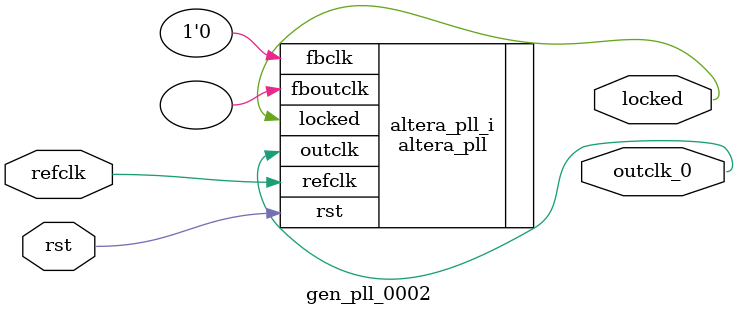
<source format=v>
`timescale 1ns/10ps
module  gen_pll_0002(

	// interface 'refclk'
	input wire refclk,

	// interface 'reset'
	input wire rst,

	// interface 'outclk0'
	output wire outclk_0,

	// interface 'locked'
	output wire locked
);

	altera_pll #(
		.fractional_vco_multiplier("false"),
		.reference_clock_frequency("50.0 MHz"),
		.operation_mode("direct"),
		.number_of_clocks(1),
		.output_clock_frequency0("200.000000 MHz"),
		.phase_shift0("0 ps"),
		.duty_cycle0(50),
		.output_clock_frequency1("0 MHz"),
		.phase_shift1("0 ps"),
		.duty_cycle1(50),
		.output_clock_frequency2("0 MHz"),
		.phase_shift2("0 ps"),
		.duty_cycle2(50),
		.output_clock_frequency3("0 MHz"),
		.phase_shift3("0 ps"),
		.duty_cycle3(50),
		.output_clock_frequency4("0 MHz"),
		.phase_shift4("0 ps"),
		.duty_cycle4(50),
		.output_clock_frequency5("0 MHz"),
		.phase_shift5("0 ps"),
		.duty_cycle5(50),
		.output_clock_frequency6("0 MHz"),
		.phase_shift6("0 ps"),
		.duty_cycle6(50),
		.output_clock_frequency7("0 MHz"),
		.phase_shift7("0 ps"),
		.duty_cycle7(50),
		.output_clock_frequency8("0 MHz"),
		.phase_shift8("0 ps"),
		.duty_cycle8(50),
		.output_clock_frequency9("0 MHz"),
		.phase_shift9("0 ps"),
		.duty_cycle9(50),
		.output_clock_frequency10("0 MHz"),
		.phase_shift10("0 ps"),
		.duty_cycle10(50),
		.output_clock_frequency11("0 MHz"),
		.phase_shift11("0 ps"),
		.duty_cycle11(50),
		.output_clock_frequency12("0 MHz"),
		.phase_shift12("0 ps"),
		.duty_cycle12(50),
		.output_clock_frequency13("0 MHz"),
		.phase_shift13("0 ps"),
		.duty_cycle13(50),
		.output_clock_frequency14("0 MHz"),
		.phase_shift14("0 ps"),
		.duty_cycle14(50),
		.output_clock_frequency15("0 MHz"),
		.phase_shift15("0 ps"),
		.duty_cycle15(50),
		.output_clock_frequency16("0 MHz"),
		.phase_shift16("0 ps"),
		.duty_cycle16(50),
		.output_clock_frequency17("0 MHz"),
		.phase_shift17("0 ps"),
		.duty_cycle17(50),
		.pll_type("General"),
		.pll_subtype("General")
	) altera_pll_i (
		.rst	(rst),
		.outclk	({outclk_0}),
		.locked	(locked),
		.fboutclk	( ),
		.fbclk	(1'b0),
		.refclk	(refclk)
	);
endmodule


</source>
